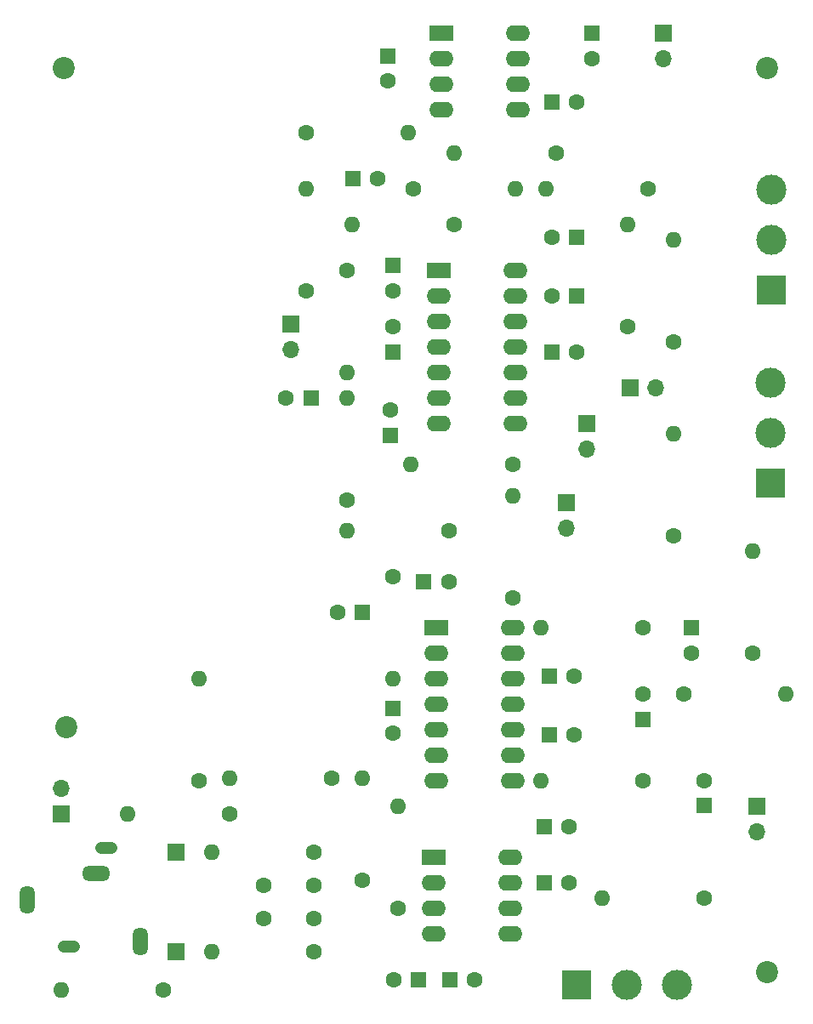
<source format=gbr>
%TF.GenerationSoftware,KiCad,Pcbnew,8.0.4*%
%TF.CreationDate,2025-08-19T11:58:48+03:00*%
%TF.ProjectId,EEG_PCB,4545475f-5043-4422-9e6b-696361645f70,rev?*%
%TF.SameCoordinates,Original*%
%TF.FileFunction,Soldermask,Bot*%
%TF.FilePolarity,Negative*%
%FSLAX46Y46*%
G04 Gerber Fmt 4.6, Leading zero omitted, Abs format (unit mm)*
G04 Created by KiCad (PCBNEW 8.0.4) date 2025-08-19 11:58:48*
%MOMM*%
%LPD*%
G01*
G04 APERTURE LIST*
%ADD10R,1.700000X1.700000*%
%ADD11O,1.700000X1.700000*%
%ADD12C,2.200000*%
%ADD13O,1.511200X2.819200*%
%ADD14O,2.219200X1.211200*%
%ADD15O,2.819200X1.511200*%
%ADD16R,1.600000X1.600000*%
%ADD17C,1.600000*%
%ADD18O,1.600000X1.600000*%
%ADD19R,2.400000X1.600000*%
%ADD20O,2.400000X1.600000*%
%ADD21R,3.000000X3.000000*%
%ADD22C,3.000000*%
G04 APERTURE END LIST*
D10*
%TO.C,J10*%
X144780000Y-124206000D03*
D11*
X144780000Y-121666000D03*
%TD*%
D12*
%TO.C,H4*%
X145288000Y-115570000D03*
%TD*%
%TO.C,H3*%
X215000000Y-140000000D03*
%TD*%
%TO.C,H2*%
X215000000Y-50000000D03*
%TD*%
%TO.C,H1*%
X145000000Y-50000000D03*
%TD*%
D13*
%TO.C,J2*%
X141354000Y-132806000D03*
D14*
X149254000Y-127606000D03*
D15*
X148254000Y-130206000D03*
D13*
X152654000Y-136906000D03*
D14*
X145554000Y-137406000D03*
%TD*%
D16*
%TO.C,C2*%
X193588000Y-53340000D03*
D17*
X196088000Y-53340000D03*
%TD*%
D18*
%TO.C,R6*%
X159766000Y-128016000D03*
D17*
X169926000Y-128016000D03*
%TD*%
D16*
%TO.C,C6*%
X177800000Y-78232000D03*
D17*
X177800000Y-75732000D03*
%TD*%
D18*
%TO.C,R21*%
X189992000Y-61976000D03*
D17*
X179832000Y-61976000D03*
%TD*%
D16*
%TO.C,C5*%
X177800000Y-113729888D03*
D17*
X177800000Y-116229888D03*
%TD*%
D16*
%TO.C,C14*%
X208788000Y-123404000D03*
D17*
X208788000Y-120904000D03*
%TD*%
D19*
%TO.C,U2*%
X182372000Y-70104000D03*
D20*
X182372000Y-72644000D03*
X182372000Y-75184000D03*
X182372000Y-77724000D03*
X182372000Y-80264000D03*
X182372000Y-82804000D03*
X182372000Y-85344000D03*
X189992000Y-85344000D03*
X189992000Y-82804000D03*
X189992000Y-80264000D03*
X189992000Y-77724000D03*
X189992000Y-75184000D03*
X189992000Y-72644000D03*
X189992000Y-70104000D03*
%TD*%
D17*
%TO.C,R16*%
X173228000Y-92964000D03*
D18*
X173228000Y-82804000D03*
%TD*%
D17*
%TO.C,R13*%
X189738000Y-89408000D03*
D18*
X179578000Y-89408000D03*
%TD*%
D17*
%TO.C,R8*%
X158496000Y-120904000D03*
D18*
X158496000Y-110744000D03*
%TD*%
D17*
%TO.C,R12*%
X213614000Y-108204000D03*
D18*
X213614000Y-98044000D03*
%TD*%
D17*
%TO.C,R28*%
X201168000Y-75692000D03*
D18*
X201168000Y-65532000D03*
%TD*%
D17*
%TO.C,R18*%
X194056000Y-58420000D03*
D18*
X183896000Y-58420000D03*
%TD*%
D10*
%TO.C,J9*%
X156210000Y-128016000D03*
%TD*%
D16*
%TO.C,C16*%
X193358888Y-116332000D03*
D17*
X195858888Y-116332000D03*
%TD*%
D10*
%TO.C,J1*%
X204724000Y-46477000D03*
D11*
X204724000Y-49017000D03*
%TD*%
D16*
%TO.C,C9*%
X193358888Y-110490000D03*
D17*
X195858888Y-110490000D03*
%TD*%
D16*
%TO.C,C1*%
X197612000Y-46546888D03*
D17*
X197612000Y-49046888D03*
%TD*%
D21*
%TO.C,RV3*%
X215392000Y-91280000D03*
D22*
X215392000Y-86280000D03*
X215392000Y-81280000D03*
%TD*%
D16*
%TO.C,C18*%
X180848000Y-101092000D03*
D17*
X183348000Y-101092000D03*
%TD*%
D18*
%TO.C,R10*%
X192532000Y-105704000D03*
D17*
X202692000Y-105704000D03*
%TD*%
D10*
%TO.C,J6*%
X195072000Y-93213000D03*
D11*
X195072000Y-95753000D03*
%TD*%
D16*
%TO.C,C7*%
X192850888Y-125476000D03*
D17*
X195350888Y-125476000D03*
%TD*%
%TO.C,R11*%
X206756000Y-112308000D03*
D18*
X216916000Y-112308000D03*
%TD*%
D10*
%TO.C,J4*%
X201417000Y-81788000D03*
D11*
X203957000Y-81788000D03*
%TD*%
D17*
%TO.C,C11*%
X177840000Y-140716000D03*
D16*
X180340000Y-140716000D03*
%TD*%
D17*
%TO.C,R2*%
X178308000Y-133604000D03*
D18*
X178308000Y-123444000D03*
%TD*%
D16*
%TO.C,C3*%
X177292000Y-48768000D03*
D17*
X177292000Y-51268000D03*
%TD*%
D10*
%TO.C,J8*%
X156210000Y-137922000D03*
%TD*%
D17*
%TO.C,C22*%
X193588000Y-66802000D03*
D16*
X196088000Y-66802000D03*
%TD*%
%TO.C,C15*%
X202692000Y-114808000D03*
D17*
X202692000Y-112308000D03*
%TD*%
%TO.C,R9*%
X202692000Y-120944000D03*
D18*
X192532000Y-120944000D03*
%TD*%
D16*
%TO.C,C24*%
X173776000Y-60960000D03*
D17*
X176276000Y-60960000D03*
%TD*%
D10*
%TO.C,J7*%
X213995000Y-123444000D03*
D11*
X213995000Y-125984000D03*
%TD*%
D20*
%TO.C,U3*%
X190231000Y-46492000D03*
X190231000Y-49032000D03*
X190231000Y-51572000D03*
X190231000Y-54112000D03*
X182611000Y-54112000D03*
X182611000Y-51572000D03*
X182611000Y-49032000D03*
D19*
X182611000Y-46492000D03*
%TD*%
D17*
%TO.C,R17*%
X183896000Y-65532000D03*
D18*
X173736000Y-65532000D03*
%TD*%
D16*
%TO.C,C8*%
X183428000Y-140716000D03*
D17*
X185928000Y-140716000D03*
%TD*%
D16*
%TO.C,C4*%
X192850888Y-131064000D03*
D17*
X195350888Y-131064000D03*
%TD*%
%TO.C,R23*%
X205740000Y-77216000D03*
D18*
X205740000Y-67056000D03*
%TD*%
D16*
%TO.C,C20*%
X174752000Y-104140000D03*
D17*
X172252000Y-104140000D03*
%TD*%
D16*
%TO.C,C21*%
X169632000Y-82804000D03*
D17*
X167132000Y-82804000D03*
%TD*%
%TO.C,R26*%
X189738000Y-102743000D03*
D18*
X189738000Y-92583000D03*
%TD*%
D19*
%TO.C,U1*%
X181864000Y-128564000D03*
D20*
X181864000Y-131104000D03*
X181864000Y-133644000D03*
X181864000Y-136184000D03*
X189484000Y-136184000D03*
X189484000Y-133644000D03*
X189484000Y-131104000D03*
X189484000Y-128564000D03*
%TD*%
D17*
%TO.C,R19*%
X169164000Y-56388000D03*
D18*
X179324000Y-56388000D03*
%TD*%
D17*
%TO.C,C13*%
X169926000Y-131318000D03*
X164926000Y-131318000D03*
%TD*%
%TO.C,C12*%
X169926000Y-134620000D03*
X164926000Y-134620000D03*
%TD*%
%TO.C,R22*%
X203200000Y-61976000D03*
D18*
X193040000Y-61976000D03*
%TD*%
D17*
%TO.C,R15*%
X183388000Y-96012000D03*
D18*
X173228000Y-96012000D03*
%TD*%
D10*
%TO.C,J5*%
X167640000Y-75433000D03*
D11*
X167640000Y-77973000D03*
%TD*%
D16*
%TO.C,C25*%
X177800000Y-69660888D03*
D17*
X177800000Y-72160888D03*
%TD*%
D18*
%TO.C,R1*%
X159766000Y-137922000D03*
D17*
X169926000Y-137922000D03*
%TD*%
%TO.C,R14*%
X177800000Y-100584000D03*
D18*
X177800000Y-110744000D03*
%TD*%
D16*
%TO.C,C10*%
X193588000Y-78232000D03*
D17*
X196088000Y-78232000D03*
%TD*%
D16*
%TO.C,C19*%
X177521112Y-86549113D03*
D17*
X177521112Y-84049113D03*
%TD*%
D18*
%TO.C,R4*%
X151384000Y-124206000D03*
D17*
X161544000Y-124206000D03*
%TD*%
D10*
%TO.C,J3*%
X197104000Y-85344000D03*
D11*
X197104000Y-87884000D03*
%TD*%
D17*
%TO.C,R27*%
X173228000Y-70104000D03*
D18*
X173228000Y-80264000D03*
%TD*%
D16*
%TO.C,C23*%
X196088000Y-72644000D03*
D17*
X193588000Y-72644000D03*
%TD*%
%TO.C,R25*%
X208788000Y-132588000D03*
D18*
X198628000Y-132588000D03*
%TD*%
D17*
%TO.C,R20*%
X169164000Y-72136000D03*
D18*
X169164000Y-61976000D03*
%TD*%
D17*
%TO.C,R3*%
X171704000Y-120650000D03*
D18*
X161544000Y-120650000D03*
%TD*%
%TO.C,R5*%
X144780000Y-141732000D03*
D17*
X154940000Y-141732000D03*
%TD*%
D16*
%TO.C,C17*%
X207518000Y-105704000D03*
D17*
X207518000Y-108204000D03*
%TD*%
D21*
%TO.C,RV2*%
X215438000Y-72056000D03*
D22*
X215438000Y-67056000D03*
X215438000Y-62056000D03*
%TD*%
D17*
%TO.C,R24*%
X205740000Y-96520000D03*
D18*
X205740000Y-86360000D03*
%TD*%
D17*
%TO.C,R7*%
X174752000Y-130810000D03*
D18*
X174752000Y-120650000D03*
%TD*%
D20*
%TO.C,U4*%
X189723000Y-105699000D03*
X189723000Y-108239000D03*
X189723000Y-110779000D03*
X189723000Y-113319000D03*
X189723000Y-115859000D03*
X189723000Y-118399000D03*
X189723000Y-120939000D03*
X182103000Y-120939000D03*
X182103000Y-118399000D03*
X182103000Y-115859000D03*
X182103000Y-113319000D03*
X182103000Y-110779000D03*
X182103000Y-108239000D03*
D19*
X182103000Y-105699000D03*
%TD*%
D22*
%TO.C,RV1*%
X206088000Y-141224000D03*
X201088000Y-141224000D03*
D21*
X196088000Y-141224000D03*
%TD*%
M02*

</source>
